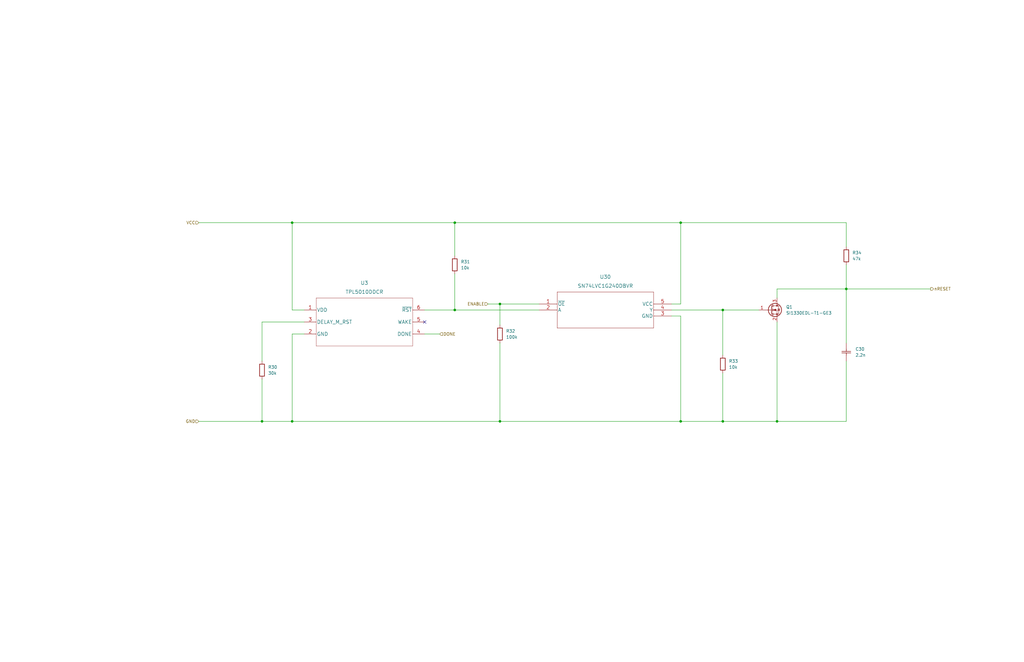
<source format=kicad_sch>
(kicad_sch (version 20230121) (generator eeschema)
  (paper "USLedger")
  (title_block (title "PCO2 Sensor Board") (rev "201") (company "Engineering") (comment 2 "Matt Casari") (comment 4 "DRAFT"))
  (lib_symbols
    (symbol "Device:R" (pin_numbers hide) (pin_names (offset 0))
      (property "Reference" "R" (at 2.032 0 90))
      (property "Value" "R" (at 0 0 90))
      (symbol "R_0_1"
        (rectangle (start -1.016 -2.54) (end 1.016 2.54) (stroke (width 0.254)))
      )
      (symbol "R_1_1"
        (pin passive line (at 0 3.81 270) (length 1.27) (name "~") (number "1"))
        (pin passive line (at 0 -3.81 90) (length 1.27) (name "~") (number "2"))
      )
    )
    (symbol "pco2-sensor-board:C0805C222K5RACTU" (pin_numbers hide) (pin_names (offset 1.016) hide)
      (property "Reference" "C" (at -0.9144 2.7686 0))
      (property "Value" "C0805C222K5RACTU" (at -5.6642 -9.3726 0))
      (symbol "C0805C222K5RACTU_0_0"
        (polyline (pts (xy 2.54 0) (xy 3.4798 0)) (stroke (width 0.2032)))
        (polyline (pts (xy 3.4798 -1.905) (xy 3.4798 0)) (stroke (width 0.2032)))
        (polyline (pts (xy 3.4798 0) (xy 3.4798 1.905)) (stroke (width 0.2032)))
        (polyline (pts (xy 4.1148 -1.905) (xy 4.1148 0)) (stroke (width 0.2032)))
        (polyline (pts (xy 4.1148 0) (xy 4.1148 1.905)) (stroke (width 0.2032)))
        (polyline (pts (xy 4.1148 0) (xy 5.08 0)) (stroke (width 0.2032)))
        (pin passive line (at 0 0 0) (length 2.54) (name "~") (number "1"))
        (pin passive line (at 7.62 0 180) (length 2.54) (name "~") (number "2"))
      )
    )
    (symbol "pco2-sensor-board:SI1330EDL-T1-GE3" (pin_names (offset 0) hide)
      (property "Reference" "Q" (at 5.08 1.27 0))
      (property "Value" "SI1330EDL-T1-GE3" (at 5.08 -1.27 0))
      (symbol "SI1330EDL-T1-GE3_0_1"
        (polyline (pts (xy 0.254 0) (xy -2.54 0)))
        (polyline (pts (xy 0.254 1.905) (xy 0.254 -1.905)) (stroke (width 0.254)))
        (polyline (pts (xy 0.762 -1.27) (xy 0.762 -2.286)) (stroke (width 0.254)))
        (polyline (pts (xy 0.762 0.508) (xy 0.762 -0.508)) (stroke (width 0.254)))
        (polyline (pts (xy 0.762 2.286) (xy 0.762 1.27)) (stroke (width 0.254)))
        (polyline (pts (xy 2.54 2.54) (xy 2.54 1.778)))
        (polyline (pts (xy 2.54 -2.54) (xy 2.54 0) (xy 0.762 0)))
        (polyline (pts (xy 0.762 -1.778) (xy 3.302 -1.778) (xy 3.302 1.778) (xy 0.762 1.778)))
        (polyline (pts (xy 1.016 0) (xy 2.032 0.381) (xy 2.032 -0.381) (xy 1.016 0)) (fill (type outline)))
        (polyline (pts (xy 2.794 0.508) (xy 2.921 0.381) (xy 3.683 0.381) (xy 3.81 0.254)))
        (polyline (pts (xy 3.302 0.381) (xy 2.921 -0.254) (xy 3.683 -0.254) (xy 3.302 0.381)))
        (circle (center 1.651 0) (radius 2.794) (stroke (width 0.254)))
        (circle (center 2.54 -1.778) (radius 0.254) (fill (type outline)))
        (circle (center 2.54 1.778) (radius 0.254) (fill (type outline)))
      )
      (symbol "SI1330EDL-T1-GE3_1_1"
        (pin input line (at -5.08 0 0) (length 2.54) (name "G") (number "1"))
        (pin passive line (at 2.54 -5.08 90) (length 2.54) (name "S") (number "2"))
        (pin passive line (at 2.54 5.08 270) (length 2.54) (name "D") (number "3"))
      )
    )
    (symbol "pco2-sensor-board:SN74LVC1G240DBVR" (pin_names (offset 0.254))
      (property "Reference" "U" (at 27.94 10.16 0))
      (property "Value" "SN74LVC1G240DBVR" (at 27.94 7.62 0))
      (symbol "SN74LVC1G240DBVR_1_1"
        (polyline (pts (xy 7.62 -10.16) (xy 48.26 -10.16)) (stroke (width 0.127)))
        (polyline (pts (xy 7.62 5.08) (xy 7.62 -10.16)) (stroke (width 0.127)))
        (polyline (pts (xy 48.26 -10.16) (xy 48.26 5.08)) (stroke (width 0.127)))
        (polyline (pts (xy 48.26 5.08) (xy 7.62 5.08)) (stroke (width 0.127)))
        (pin input line (at 0 0 0) (length 7.62) (name "~{OE}") (number "1"))
        (pin input line (at 0 -2.54 0) (length 7.62) (name "A") (number "2"))
        (pin power_in line (at 55.88 -5.08 180) (length 7.62) (name "GND") (number "3"))
        (pin output line (at 55.88 -2.54 180) (length 7.62) (name "Y") (number "4"))
        (pin power_in line (at 55.88 0 180) (length 7.62) (name "VCC") (number "5"))
      )
    )
    (symbol "pco2-sensor-board:TPL5010DDCR" (pin_names (offset 0.254))
      (property "Reference" "U" (at 0 2.54 0))
      (property "Value" "TPL5010DDCR" (at 0 0 0))
      (symbol "TPL5010DDCR_1_1"
        (polyline (pts (xy -20.32 -10.16) (xy 20.32 -10.16)) (stroke (width 0.1016)))
        (polyline (pts (xy -20.32 10.16) (xy -20.32 -10.16)) (stroke (width 0.1016)))
        (polyline (pts (xy 20.32 -10.16) (xy 20.32 10.16)) (stroke (width 0.1016)))
        (polyline (pts (xy 20.32 10.16) (xy -20.32 10.16)) (stroke (width 0.1016)))
        (pin power_in line (at -25.4 5.08 0) (length 5.08) (name "VDD") (number "1"))
        (pin power_in line (at -25.4 -5.08 0) (length 5.08) (name "GND") (number "2"))
        (pin input line (at -25.4 0 0) (length 5.08) (name "DELAY_M_RST") (number "3"))
        (pin input line (at 25.4 -5.08 180) (length 5.08) (name "DONE") (number "4"))
        (pin output line (at 25.4 0 180) (length 5.08) (name "WAKE") (number "5"))
        (pin open_collector line (at 25.4 5.08 180) (length 5.08) (name "~{RST}") (number "6"))
      )
    )
  )
  (junction (at 304.8 130.81))
  (junction (at 287.02 177.8))
  (junction (at 123.19 177.8))
  (junction (at 191.77 130.81))
  (junction (at 327.66 177.8))
  (junction (at 210.82 128.27))
  (junction (at 287.02 93.98))
  (junction (at 210.82 177.8))
  (junction (at 191.77 93.98))
  (junction (at 110.49 177.8))
  (junction (at 356.87 121.92))
  (junction (at 304.8 177.8))
  (junction (at 123.19 93.98))
  (no_connect (at 179.07 135.89))
  (wire (pts (xy 123.19 93.98) (xy 123.19 130.81)))
  (wire (pts (xy 304.8 130.81) (xy 320.04 130.81)))
  (wire (pts (xy 179.07 130.81) (xy 191.77 130.81)))
  (wire (pts (xy 110.49 177.8) (xy 123.19 177.8)))
  (wire (pts (xy 287.02 93.98) (xy 287.02 128.27)))
  (wire (pts (xy 123.19 177.8) (xy 210.82 177.8)))
  (wire (pts (xy 123.19 140.97) (xy 123.19 177.8)))
  (wire (pts (xy 304.8 157.48) (xy 304.8 177.8)))
  (wire (pts (xy 227.33 130.81) (xy 191.77 130.81)))
  (wire (pts (xy 128.27 135.89) (xy 110.49 135.89)))
  (wire (pts (xy 287.02 128.27) (xy 283.21 128.27)))
  (wire (pts (xy 327.66 135.89) (xy 327.66 177.8)))
  (wire (pts (xy 210.82 144.78) (xy 210.82 177.8)))
  (wire (pts (xy 83.82 93.98) (xy 123.19 93.98)))
  (wire (pts (xy 179.07 140.97) (xy 185.42 140.97)))
  (wire (pts (xy 327.66 125.73) (xy 327.66 121.92)))
  (wire (pts (xy 210.82 128.27) (xy 210.82 137.16)))
  (wire (pts (xy 123.19 93.98) (xy 191.77 93.98)))
  (wire (pts (xy 304.8 177.8) (xy 327.66 177.8)))
  (wire (pts (xy 128.27 140.97) (xy 123.19 140.97)))
  (wire (pts (xy 210.82 128.27) (xy 227.33 128.27)))
  (wire (pts (xy 205.74 128.27) (xy 210.82 128.27)))
  (wire (pts (xy 356.87 111.76) (xy 356.87 121.92)))
  (wire (pts (xy 287.02 177.8) (xy 304.8 177.8)))
  (wire (pts (xy 304.8 130.81) (xy 304.8 149.86)))
  (wire (pts (xy 356.87 121.92) (xy 327.66 121.92)))
  (wire (pts (xy 83.82 177.8) (xy 110.49 177.8)))
  (wire (pts (xy 128.27 130.81) (xy 123.19 130.81)))
  (wire (pts (xy 287.02 93.98) (xy 356.87 93.98)))
  (wire (pts (xy 356.87 93.98) (xy 356.87 104.14)))
  (wire (pts (xy 356.87 121.92) (xy 392.43 121.92)))
  (wire (pts (xy 210.82 177.8) (xy 287.02 177.8)))
  (wire (pts (xy 110.49 160.02) (xy 110.49 177.8)))
  (wire (pts (xy 287.02 133.35) (xy 283.21 133.35)))
  (wire (pts (xy 356.87 144.78) (xy 356.87 121.92)))
  (wire (pts (xy 110.49 135.89) (xy 110.49 152.4)))
  (wire (pts (xy 191.77 93.98) (xy 191.77 107.95)))
  (wire (pts (xy 327.66 177.8) (xy 356.87 177.8)))
  (wire (pts (xy 287.02 133.35) (xy 287.02 177.8)))
  (wire (pts (xy 191.77 115.57) (xy 191.77 130.81)))
  (wire (pts (xy 191.77 93.98) (xy 287.02 93.98)))
  (wire (pts (xy 304.8 130.81) (xy 283.21 130.81)))
  (wire (pts (xy 356.87 152.4) (xy 356.87 177.8)))
  (hierarchical_label "DONE" (shape input) (at 185.42 140.97 0))
  (hierarchical_label "nRESET" (shape output) (at 392.43 121.92 0))
  (hierarchical_label "ENABLE" (shape input) (at 205.74 128.27 180))
  (hierarchical_label "GND" (shape input) (at 83.82 177.8 180))
  (hierarchical_label "VCC" (shape input) (at 83.82 93.98 180))
  (symbol (lib_id "pco2-sensor-board:SI1330EDL-T1-GE3") (at 325.12 130.81 0) (unit 1)
    (property "Reference" "Q1" (at 331.47 129.5399 0) (effects (justify left)))
    (property "Value" "SI1330EDL-T1-GE3" (at 331.47 132.0799 0) (effects (justify left)))
    (property "Footprint" "pco2-sensor-board:SI1330EDL-T1-GE3" (effects hide))
    (property "MPN" "SI1330EDL-T1-GE3" (effects hide))
  )
  (symbol (lib_id "Device:R") (at 110.49 156.21 0) (mirror y) (unit 1)
    (property "Reference" "R30" (at 113.03 154.9399 0) (effects (justify right)))
    (property "Value" "30k" (at 113.03 157.4799 0) (effects (justify right)))
    (property "Footprint" "Resistor_SMD:R_0805_2012Metric" (effects hide))
    (property "MPN" "CRCW080530K0FKEAC" (effects hide))
  )
  (symbol (lib_id "pco2-sensor-board:TPL5010DDCR") (at 153.67 135.89 0) (unit 1)
    (property "Reference" "U3" (at 153.67 119.38 0) (effects (font (size 1.524 1.524))))
    (property "Value" "TPL5010DDCR" (at 153.67 123.19 0) (effects (font (size 1.524 1.524))))
    (property "Footprint" "pco2-sensor-board:TPL5010DDCR" (effects hide))
    (property "MPN" "TPL5010DDCR" (effects hide))
  )
  (symbol (lib_id "Device:R") (at 356.87 107.95 0) (mirror y) (unit 1)
    (property "Reference" "R34" (at 359.41 106.6799 0) (effects (justify right)))
    (property "Value" "47k" (at 359.41 109.2199 0) (effects (justify right)))
    (property "Footprint" "Resistor_SMD:R_0805_2012Metric" (effects hide))
    (property "MPN" "CRCW080547K0FKEAC" (effects hide))
  )
  (symbol (lib_id "Device:R") (at 210.82 140.97 0) (mirror y) (unit 1)
    (property "Reference" "R32" (at 213.36 139.6999 0) (effects (justify right)))
    (property "Value" "100k" (at 213.36 142.2399 0) (effects (justify right)))
    (property "Footprint" "Resistor_SMD:R_0805_2012Metric" (effects hide))
    (property "MPN" "CRCW0805100KFKEAC" (effects hide))
  )
  (symbol (lib_id "Device:R") (at 304.8 153.67 0) (mirror y) (unit 1)
    (property "Reference" "R33" (at 307.34 152.3999 0) (effects (justify right)))
    (property "Value" "10k" (at 307.34 154.9399 0) (effects (justify right)))
    (property "Footprint" "Resistor_SMD:R_0805_2012Metric" (effects hide))
    (property "MPN" "CRCW080510K0FKEAC" (effects hide))
  )
  (symbol (lib_id "pco2-sensor-board:C0805C222K5RACTU") (at 356.87 152.4 270) (mirror x) (unit 1)
    (property "Reference" "C30" (at 360.68 147.3199 90) (effects (justify left)))
    (property "Value" "2.2n" (at 360.68 149.86 90) (effects (justify left)))
    (property "Footprint" "pco2-sensor-board:CAPC2013X88N" (effects hide))
    (property "MPN" "C0805C222F5GACTU" (effects hide))
  )
  (symbol (lib_id "pco2-sensor-board:SN74LVC1G240DBVR") (at 227.33 128.27 0) (unit 1)
    (property "Reference" "U30" (at 255.27 116.84 0) (effects (font (size 1.524 1.524))))
    (property "Value" "SN74LVC1G240DBVR" (at 255.27 120.65 0) (effects (font (size 1.524 1.524))))
    (property "Footprint" "pco2-sensor-board:SN74LVC1G240DBVR" (effects hide))
    (property "MPN" "SN74LVC1G240DBVR" (effects hide))
  )
  (symbol (lib_id "Device:R") (at 191.77 111.76 0) (mirror y) (unit 1)
    (property "Reference" "R31" (at 194.31 110.4899 0) (effects (justify right)))
    (property "Value" "10k" (at 194.31 113.0299 0) (effects (justify right)))
    (property "Footprint" "Resistor_SMD:R_0805_2012Metric" (effects hide))
    (property "MPN" "CRCW080510K0FKEAC" (effects hide))
  )
)
</source>
